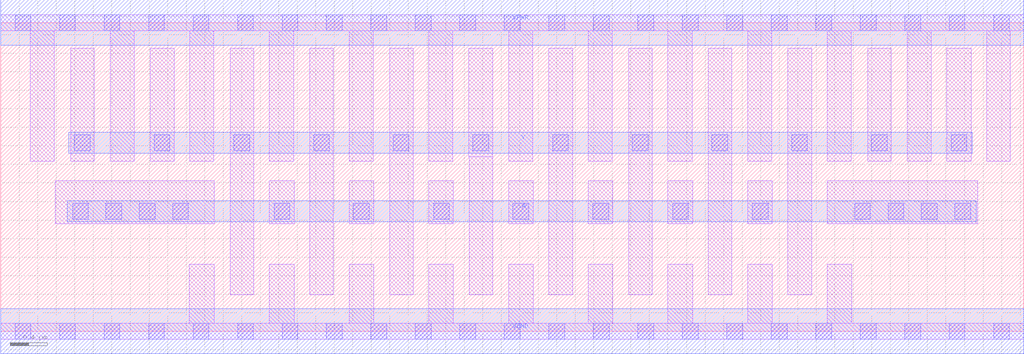
<source format=lef>
# Copyright 2020 The SkyWater PDK Authors
#
# Licensed under the Apache License, Version 2.0 (the "License");
# you may not use this file except in compliance with the License.
# You may obtain a copy of the License at
#
#     https://www.apache.org/licenses/LICENSE-2.0
#
# Unless required by applicable law or agreed to in writing, software
# distributed under the License is distributed on an "AS IS" BASIS,
# WITHOUT WARRANTIES OR CONDITIONS OF ANY KIND, either express or implied.
# See the License for the specific language governing permissions and
# limitations under the License.
#
# SPDX-License-Identifier: Apache-2.0

VERSION 5.7 ;
  NAMESCASESENSITIVE ON ;
  NOWIREEXTENSIONATPIN ON ;
  DIVIDERCHAR "/" ;
  BUSBITCHARS "[]" ;
UNITS
  DATABASE MICRONS 200 ;
END UNITS
MACRO sky130_fd_sc_lp__clkinv_16
  CLASS CORE ;
  SOURCE USER ;
  FOREIGN sky130_fd_sc_lp__clkinv_16 ;
  ORIGIN  0.000000  0.000000 ;
  SIZE  11.04000 BY  3.330000 ;
  SYMMETRY X Y R90 ;
  SITE unit ;
  PIN A
    ANTENNAGATEAREA  5.544000 ;
    DIRECTION INPUT ;
    USE SIGNAL ;
    PORT
      LAYER met1 ;
        RECT 0.715000 1.180000 10.525000 1.410000 ;
    END
  END A
  PIN Y
    ANTENNADIFFAREA  5.174400 ;
    DIRECTION OUTPUT ;
    USE SIGNAL ;
    PORT
      LAYER met1 ;
        RECT 0.735000 1.920000 10.485000 2.150000 ;
    END
  END Y
  PIN VGND
    DIRECTION INOUT ;
    USE GROUND ;
    PORT
      LAYER met1 ;
        RECT 0.000000 -0.245000 11.040000 0.245000 ;
    END
  END VGND
  PIN VPWR
    DIRECTION INOUT ;
    USE POWER ;
    PORT
      LAYER met1 ;
        RECT 0.000000 3.085000 11.040000 3.575000 ;
    END
  END VPWR
  OBS
    LAYER li1 ;
      RECT  0.000000 -0.085000 11.040000 0.085000 ;
      RECT  0.000000  3.245000 11.040000 3.415000 ;
      RECT  0.320000  1.835000  0.580000 3.245000 ;
      RECT  0.590000  1.160000  2.305000 1.625000 ;
      RECT  0.755000  1.835000  1.010000 3.055000 ;
      RECT  1.180000  1.835000  1.440000 3.245000 ;
      RECT  1.615000  1.835000  1.870000 3.055000 ;
      RECT  2.035000  0.085000  2.305000 0.725000 ;
      RECT  2.040000  1.835000  2.300000 3.245000 ;
      RECT  2.475000  0.395000  2.730000 3.055000 ;
      RECT  2.900000  0.085000  3.165000 0.725000 ;
      RECT  2.900000  1.160000  3.165000 1.625000 ;
      RECT  2.900000  1.835000  3.160000 3.245000 ;
      RECT  3.335000  0.395000  3.590000 3.055000 ;
      RECT  3.760000  0.085000  4.025000 0.725000 ;
      RECT  3.760000  1.160000  4.025000 1.625000 ;
      RECT  3.760000  1.835000  4.020000 3.245000 ;
      RECT  4.195000  0.395000  4.450000 3.055000 ;
      RECT  4.620000  0.085000  4.885000 0.725000 ;
      RECT  4.620000  1.160000  4.885000 1.625000 ;
      RECT  4.620000  1.835000  4.880000 3.245000 ;
      RECT  5.050000  1.885000  5.310000 3.055000 ;
      RECT  5.055000  0.395000  5.310000 1.885000 ;
      RECT  5.480000  0.085000  5.745000 0.725000 ;
      RECT  5.480000  1.160000  5.745000 1.625000 ;
      RECT  5.480000  1.835000  5.740000 3.245000 ;
      RECT  5.915000  0.395000  6.170000 3.055000 ;
      RECT  6.340000  0.085000  6.605000 0.725000 ;
      RECT  6.340000  1.160000  6.605000 1.625000 ;
      RECT  6.340000  1.835000  6.600000 3.245000 ;
      RECT  6.775000  0.395000  7.030000 3.055000 ;
      RECT  7.200000  0.085000  7.465000 0.725000 ;
      RECT  7.200000  1.160000  7.465000 1.625000 ;
      RECT  7.200000  1.835000  7.460000 3.245000 ;
      RECT  7.635000  0.395000  7.890000 3.055000 ;
      RECT  8.060000  0.085000  8.325000 0.725000 ;
      RECT  8.060000  1.160000  8.325000 1.625000 ;
      RECT  8.060000  1.835000  8.320000 3.245000 ;
      RECT  8.495000  0.395000  8.750000 3.055000 ;
      RECT  8.920000  0.085000  9.185000 0.725000 ;
      RECT  8.920000  1.160000 10.545000 1.625000 ;
      RECT  8.920000  1.835000  9.180000 3.245000 ;
      RECT  9.355000  1.835000  9.610000 3.055000 ;
      RECT  9.780000  1.835000 10.040000 3.245000 ;
      RECT 10.210000  1.835000 10.470000 3.055000 ;
      RECT 10.640000  1.835000 10.895000 3.245000 ;
    LAYER mcon ;
      RECT  0.155000 -0.085000  0.325000 0.085000 ;
      RECT  0.155000  3.245000  0.325000 3.415000 ;
      RECT  0.635000 -0.085000  0.805000 0.085000 ;
      RECT  0.635000  3.245000  0.805000 3.415000 ;
      RECT  0.775000  1.210000  0.945000 1.380000 ;
      RECT  0.795000  1.950000  0.965000 2.120000 ;
      RECT  1.115000 -0.085000  1.285000 0.085000 ;
      RECT  1.115000  3.245000  1.285000 3.415000 ;
      RECT  1.135000  1.210000  1.305000 1.380000 ;
      RECT  1.495000  1.210000  1.665000 1.380000 ;
      RECT  1.595000 -0.085000  1.765000 0.085000 ;
      RECT  1.595000  3.245000  1.765000 3.415000 ;
      RECT  1.655000  1.950000  1.825000 2.120000 ;
      RECT  1.855000  1.210000  2.025000 1.380000 ;
      RECT  2.075000 -0.085000  2.245000 0.085000 ;
      RECT  2.075000  3.245000  2.245000 3.415000 ;
      RECT  2.515000  1.950000  2.685000 2.120000 ;
      RECT  2.555000 -0.085000  2.725000 0.085000 ;
      RECT  2.555000  3.245000  2.725000 3.415000 ;
      RECT  2.950000  1.210000  3.120000 1.380000 ;
      RECT  3.035000 -0.085000  3.205000 0.085000 ;
      RECT  3.035000  3.245000  3.205000 3.415000 ;
      RECT  3.375000  1.950000  3.545000 2.120000 ;
      RECT  3.515000 -0.085000  3.685000 0.085000 ;
      RECT  3.515000  3.245000  3.685000 3.415000 ;
      RECT  3.805000  1.210000  3.975000 1.380000 ;
      RECT  3.995000 -0.085000  4.165000 0.085000 ;
      RECT  3.995000  3.245000  4.165000 3.415000 ;
      RECT  4.235000  1.950000  4.405000 2.120000 ;
      RECT  4.475000 -0.085000  4.645000 0.085000 ;
      RECT  4.475000  3.245000  4.645000 3.415000 ;
      RECT  4.670000  1.210000  4.840000 1.380000 ;
      RECT  4.955000 -0.085000  5.125000 0.085000 ;
      RECT  4.955000  3.245000  5.125000 3.415000 ;
      RECT  5.095000  1.950000  5.265000 2.120000 ;
      RECT  5.435000 -0.085000  5.605000 0.085000 ;
      RECT  5.435000  3.245000  5.605000 3.415000 ;
      RECT  5.525000  1.210000  5.695000 1.380000 ;
      RECT  5.915000 -0.085000  6.085000 0.085000 ;
      RECT  5.915000  3.245000  6.085000 3.415000 ;
      RECT  5.955000  1.950000  6.125000 2.120000 ;
      RECT  6.390000  1.210000  6.560000 1.380000 ;
      RECT  6.395000 -0.085000  6.565000 0.085000 ;
      RECT  6.395000  3.245000  6.565000 3.415000 ;
      RECT  6.815000  1.950000  6.985000 2.120000 ;
      RECT  6.875000 -0.085000  7.045000 0.085000 ;
      RECT  6.875000  3.245000  7.045000 3.415000 ;
      RECT  7.250000  1.210000  7.420000 1.380000 ;
      RECT  7.355000 -0.085000  7.525000 0.085000 ;
      RECT  7.355000  3.245000  7.525000 3.415000 ;
      RECT  7.675000  1.950000  7.845000 2.120000 ;
      RECT  7.835000 -0.085000  8.005000 0.085000 ;
      RECT  7.835000  3.245000  8.005000 3.415000 ;
      RECT  8.110000  1.210000  8.280000 1.380000 ;
      RECT  8.315000 -0.085000  8.485000 0.085000 ;
      RECT  8.315000  3.245000  8.485000 3.415000 ;
      RECT  8.535000  1.950000  8.705000 2.120000 ;
      RECT  8.795000 -0.085000  8.965000 0.085000 ;
      RECT  8.795000  3.245000  8.965000 3.415000 ;
      RECT  9.215000  1.210000  9.385000 1.380000 ;
      RECT  9.275000 -0.085000  9.445000 0.085000 ;
      RECT  9.275000  3.245000  9.445000 3.415000 ;
      RECT  9.395000  1.950000  9.565000 2.120000 ;
      RECT  9.575000  1.210000  9.745000 1.380000 ;
      RECT  9.755000 -0.085000  9.925000 0.085000 ;
      RECT  9.755000  3.245000  9.925000 3.415000 ;
      RECT  9.935000  1.210000 10.105000 1.380000 ;
      RECT 10.235000 -0.085000 10.405000 0.085000 ;
      RECT 10.235000  3.245000 10.405000 3.415000 ;
      RECT 10.255000  1.950000 10.425000 2.120000 ;
      RECT 10.295000  1.210000 10.465000 1.380000 ;
      RECT 10.715000 -0.085000 10.885000 0.085000 ;
      RECT 10.715000  3.245000 10.885000 3.415000 ;
  END
END sky130_fd_sc_lp__clkinv_16
END LIBRARY

</source>
